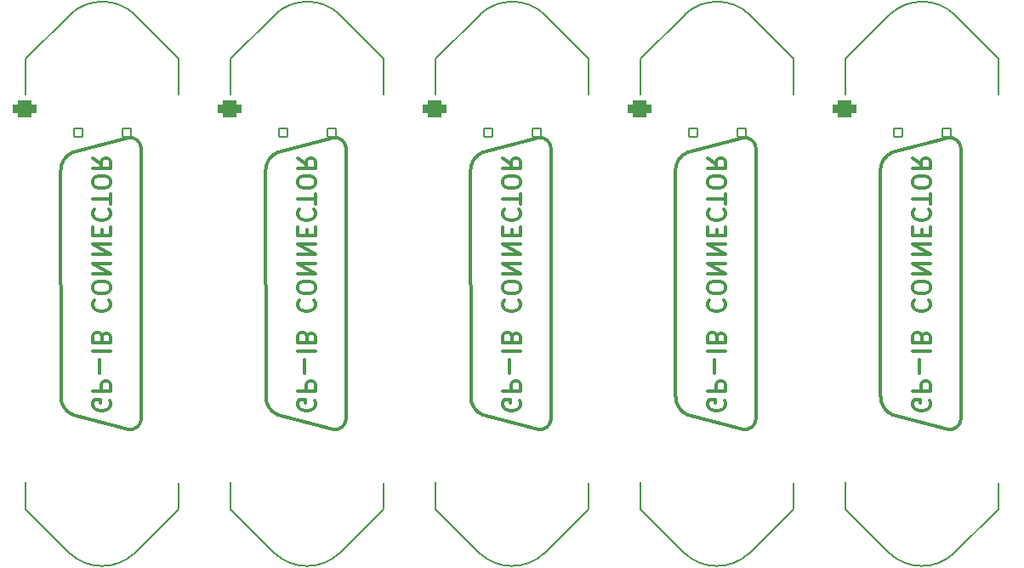
<source format=gbo>
G04 #@! TF.GenerationSoftware,KiCad,Pcbnew,6.0.1-79c1e3a40b~116~ubuntu20.04.1*
G04 #@! TF.CreationDate,2022-01-18T16:31:28+01:00*
G04 #@! TF.ProjectId,5xNano_GPIB,35784e61-6e6f-45f4-9750-49422e6b6963,rev?*
G04 #@! TF.SameCoordinates,Original*
G04 #@! TF.FileFunction,Legend,Bot*
G04 #@! TF.FilePolarity,Positive*
%FSLAX46Y46*%
G04 Gerber Fmt 4.6, Leading zero omitted, Abs format (unit mm)*
G04 Created by KiCad (PCBNEW 6.0.1-79c1e3a40b~116~ubuntu20.04.1) date 2022-01-18 16:31:28*
%MOMM*%
%LPD*%
G01*
G04 APERTURE LIST*
G04 Aperture macros list*
%AMRoundRect*
0 Rectangle with rounded corners*
0 $1 Rounding radius*
0 $2 $3 $4 $5 $6 $7 $8 $9 X,Y pos of 4 corners*
0 Add a 4 corners polygon primitive as box body*
4,1,4,$2,$3,$4,$5,$6,$7,$8,$9,$2,$3,0*
0 Add four circle primitives for the rounded corners*
1,1,$1+$1,$2,$3*
1,1,$1+$1,$4,$5*
1,1,$1+$1,$6,$7*
1,1,$1+$1,$8,$9*
0 Add four rect primitives between the rounded corners*
20,1,$1+$1,$2,$3,$4,$5,0*
20,1,$1+$1,$4,$5,$6,$7,0*
20,1,$1+$1,$6,$7,$8,$9,0*
20,1,$1+$1,$8,$9,$2,$3,0*%
G04 Aperture macros list end*
%ADD10C,0.200000*%
%ADD11C,0.300000*%
%ADD12RoundRect,0.451000X-0.700000X-0.400000X0.700000X-0.400000X0.700000X0.400000X-0.700000X0.400000X0*%
%ADD13O,2.302000X1.902000*%
%ADD14C,0.602000*%
%ADD15RoundRect,0.051000X0.425000X0.425000X-0.425000X0.425000X-0.425000X-0.425000X0.425000X-0.425000X0*%
%ADD16C,6.502000*%
%ADD17C,0.902000*%
G04 APERTURE END LIST*
D10*
X159567000Y-127757700D02*
G75*
G03*
X165967000Y-127770700I3207007J3443143D01*
G01*
X170382131Y-120718251D02*
X170387000Y-123325000D01*
X129587000Y-123350700D02*
X125167000Y-127770700D01*
X114347000Y-123312000D02*
X114342772Y-120677891D01*
X170387000Y-123350700D02*
X165967000Y-127770700D01*
X166017000Y-74085000D02*
G75*
G03*
X159617000Y-74072000I-3207007J-3443143D01*
G01*
X73597000Y-82062000D02*
X73597000Y-78517700D01*
X77967000Y-127757700D02*
G75*
G03*
X84367000Y-127770700I3207007J3443143D01*
G01*
X98367000Y-127757700D02*
G75*
G03*
X104767000Y-127770700I3207007J3443143D01*
G01*
X114397000Y-78492000D02*
X118817000Y-74072000D01*
X109187000Y-123350700D02*
X104767000Y-127770700D01*
X93947000Y-123312000D02*
X93942772Y-120677891D01*
X150037000Y-78530700D02*
X150037000Y-82075000D01*
X109182131Y-120718251D02*
X109187000Y-123325000D01*
X88837000Y-78530700D02*
X88837000Y-82075000D01*
X139167000Y-127757700D02*
G75*
G03*
X145567000Y-127770700I3207007J3443143D01*
G01*
X98367000Y-127757700D02*
X93947000Y-123337700D01*
X166017000Y-74085000D02*
X170437000Y-78505000D01*
X155197000Y-82062000D02*
X155197000Y-78517700D01*
X84417000Y-74085000D02*
G75*
G03*
X78017000Y-74072000I-3207007J-3443143D01*
G01*
X104817000Y-74085000D02*
G75*
G03*
X98417000Y-74072000I-3207007J-3443143D01*
G01*
X129582131Y-120718251D02*
X129587000Y-123325000D01*
X118767000Y-127757700D02*
G75*
G03*
X125167000Y-127770700I3207007J3443143D01*
G01*
X73597000Y-78492000D02*
X78017000Y-74072000D01*
X159567000Y-127757700D02*
X155147000Y-123337700D01*
X155147000Y-123312000D02*
X155142772Y-120677891D01*
X109237000Y-78530700D02*
X109237000Y-82075000D01*
X88782131Y-120718251D02*
X88787000Y-123325000D01*
X93997000Y-78492000D02*
X98417000Y-74072000D01*
X114397000Y-82062000D02*
X114397000Y-78517700D01*
X104817000Y-74085000D02*
X109237000Y-78505000D01*
X88787000Y-123350700D02*
X84367000Y-127770700D01*
X84417000Y-74085000D02*
X88837000Y-78505000D01*
X125217000Y-74085000D02*
X129637000Y-78505000D01*
X134797000Y-82062000D02*
X134797000Y-78517700D01*
X170437000Y-78530700D02*
X170437000Y-82075000D01*
X118767000Y-127757700D02*
X114347000Y-123337700D01*
X129637000Y-78530700D02*
X129637000Y-82075000D01*
X145617000Y-74085000D02*
X150037000Y-78505000D01*
X93997000Y-82062000D02*
X93997000Y-78517700D01*
X155197000Y-78492000D02*
X159617000Y-74072000D01*
X134797000Y-78492000D02*
X139217000Y-74072000D01*
X125217000Y-74085000D02*
G75*
G03*
X118817000Y-74072000I-3207007J-3443143D01*
G01*
X139167000Y-127757700D02*
X134747000Y-123337700D01*
X149982131Y-120718251D02*
X149987000Y-123325000D01*
X134747000Y-123312000D02*
X134742772Y-120677891D01*
X73547000Y-123312000D02*
X73542772Y-120677891D01*
X77967000Y-127757700D02*
X73547000Y-123337700D01*
X145617000Y-74085000D02*
G75*
G03*
X139217000Y-74072000I-3207007J-3443143D01*
G01*
X149987000Y-123350700D02*
X145567000Y-127770700D01*
D11*
X143150000Y-112498571D02*
X143235714Y-112670000D01*
X143235714Y-112927142D01*
X143150000Y-113184285D01*
X142978571Y-113355714D01*
X142807142Y-113441428D01*
X142464285Y-113527142D01*
X142207142Y-113527142D01*
X141864285Y-113441428D01*
X141692857Y-113355714D01*
X141521428Y-113184285D01*
X141435714Y-112927142D01*
X141435714Y-112755714D01*
X141521428Y-112498571D01*
X141607142Y-112412857D01*
X142207142Y-112412857D01*
X142207142Y-112755714D01*
X141435714Y-111641428D02*
X143235714Y-111641428D01*
X143235714Y-110955714D01*
X143150000Y-110784285D01*
X143064285Y-110698571D01*
X142892857Y-110612857D01*
X142635714Y-110612857D01*
X142464285Y-110698571D01*
X142378571Y-110784285D01*
X142292857Y-110955714D01*
X142292857Y-111641428D01*
X142121428Y-109841428D02*
X142121428Y-108470000D01*
X141435714Y-107612857D02*
X143235714Y-107612857D01*
X142378571Y-106155714D02*
X142292857Y-105898571D01*
X142207142Y-105812857D01*
X142035714Y-105727142D01*
X141778571Y-105727142D01*
X141607142Y-105812857D01*
X141521428Y-105898571D01*
X141435714Y-106070000D01*
X141435714Y-106755714D01*
X143235714Y-106755714D01*
X143235714Y-106155714D01*
X143150000Y-105984285D01*
X143064285Y-105898571D01*
X142892857Y-105812857D01*
X142721428Y-105812857D01*
X142550000Y-105898571D01*
X142464285Y-105984285D01*
X142378571Y-106155714D01*
X142378571Y-106755714D01*
X141607142Y-102555714D02*
X141521428Y-102641428D01*
X141435714Y-102898571D01*
X141435714Y-103070000D01*
X141521428Y-103327142D01*
X141692857Y-103498571D01*
X141864285Y-103584285D01*
X142207142Y-103670000D01*
X142464285Y-103670000D01*
X142807142Y-103584285D01*
X142978571Y-103498571D01*
X143150000Y-103327142D01*
X143235714Y-103070000D01*
X143235714Y-102898571D01*
X143150000Y-102641428D01*
X143064285Y-102555714D01*
X143235714Y-101441428D02*
X143235714Y-101098571D01*
X143150000Y-100927142D01*
X142978571Y-100755714D01*
X142635714Y-100670000D01*
X142035714Y-100670000D01*
X141692857Y-100755714D01*
X141521428Y-100927142D01*
X141435714Y-101098571D01*
X141435714Y-101441428D01*
X141521428Y-101612857D01*
X141692857Y-101784285D01*
X142035714Y-101870000D01*
X142635714Y-101870000D01*
X142978571Y-101784285D01*
X143150000Y-101612857D01*
X143235714Y-101441428D01*
X141435714Y-99898571D02*
X143235714Y-99898571D01*
X141435714Y-98870000D01*
X143235714Y-98870000D01*
X141435714Y-98012857D02*
X143235714Y-98012857D01*
X141435714Y-96984285D01*
X143235714Y-96984285D01*
X142378571Y-96127142D02*
X142378571Y-95527142D01*
X141435714Y-95270000D02*
X141435714Y-96127142D01*
X143235714Y-96127142D01*
X143235714Y-95270000D01*
X141607142Y-93470000D02*
X141521428Y-93555714D01*
X141435714Y-93812857D01*
X141435714Y-93984285D01*
X141521428Y-94241428D01*
X141692857Y-94412857D01*
X141864285Y-94498571D01*
X142207142Y-94584285D01*
X142464285Y-94584285D01*
X142807142Y-94498571D01*
X142978571Y-94412857D01*
X143150000Y-94241428D01*
X143235714Y-93984285D01*
X143235714Y-93812857D01*
X143150000Y-93555714D01*
X143064285Y-93470000D01*
X143235714Y-92955714D02*
X143235714Y-91927142D01*
X141435714Y-92441428D02*
X143235714Y-92441428D01*
X143235714Y-90984285D02*
X143235714Y-90641428D01*
X143150000Y-90470000D01*
X142978571Y-90298571D01*
X142635714Y-90212857D01*
X142035714Y-90212857D01*
X141692857Y-90298571D01*
X141521428Y-90470000D01*
X141435714Y-90641428D01*
X141435714Y-90984285D01*
X141521428Y-91155714D01*
X141692857Y-91327142D01*
X142035714Y-91412857D01*
X142635714Y-91412857D01*
X142978571Y-91327142D01*
X143150000Y-91155714D01*
X143235714Y-90984285D01*
X141435714Y-88412857D02*
X142292857Y-89012857D01*
X141435714Y-89441428D02*
X143235714Y-89441428D01*
X143235714Y-88755714D01*
X143150000Y-88584285D01*
X143064285Y-88498571D01*
X142892857Y-88412857D01*
X142635714Y-88412857D01*
X142464285Y-88498571D01*
X142378571Y-88584285D01*
X142292857Y-88755714D01*
X142292857Y-89441428D01*
X163550000Y-112498571D02*
X163635714Y-112670000D01*
X163635714Y-112927142D01*
X163550000Y-113184285D01*
X163378571Y-113355714D01*
X163207142Y-113441428D01*
X162864285Y-113527142D01*
X162607142Y-113527142D01*
X162264285Y-113441428D01*
X162092857Y-113355714D01*
X161921428Y-113184285D01*
X161835714Y-112927142D01*
X161835714Y-112755714D01*
X161921428Y-112498571D01*
X162007142Y-112412857D01*
X162607142Y-112412857D01*
X162607142Y-112755714D01*
X161835714Y-111641428D02*
X163635714Y-111641428D01*
X163635714Y-110955714D01*
X163550000Y-110784285D01*
X163464285Y-110698571D01*
X163292857Y-110612857D01*
X163035714Y-110612857D01*
X162864285Y-110698571D01*
X162778571Y-110784285D01*
X162692857Y-110955714D01*
X162692857Y-111641428D01*
X162521428Y-109841428D02*
X162521428Y-108470000D01*
X161835714Y-107612857D02*
X163635714Y-107612857D01*
X162778571Y-106155714D02*
X162692857Y-105898571D01*
X162607142Y-105812857D01*
X162435714Y-105727142D01*
X162178571Y-105727142D01*
X162007142Y-105812857D01*
X161921428Y-105898571D01*
X161835714Y-106070000D01*
X161835714Y-106755714D01*
X163635714Y-106755714D01*
X163635714Y-106155714D01*
X163550000Y-105984285D01*
X163464285Y-105898571D01*
X163292857Y-105812857D01*
X163121428Y-105812857D01*
X162950000Y-105898571D01*
X162864285Y-105984285D01*
X162778571Y-106155714D01*
X162778571Y-106755714D01*
X162007142Y-102555714D02*
X161921428Y-102641428D01*
X161835714Y-102898571D01*
X161835714Y-103070000D01*
X161921428Y-103327142D01*
X162092857Y-103498571D01*
X162264285Y-103584285D01*
X162607142Y-103670000D01*
X162864285Y-103670000D01*
X163207142Y-103584285D01*
X163378571Y-103498571D01*
X163550000Y-103327142D01*
X163635714Y-103070000D01*
X163635714Y-102898571D01*
X163550000Y-102641428D01*
X163464285Y-102555714D01*
X163635714Y-101441428D02*
X163635714Y-101098571D01*
X163550000Y-100927142D01*
X163378571Y-100755714D01*
X163035714Y-100670000D01*
X162435714Y-100670000D01*
X162092857Y-100755714D01*
X161921428Y-100927142D01*
X161835714Y-101098571D01*
X161835714Y-101441428D01*
X161921428Y-101612857D01*
X162092857Y-101784285D01*
X162435714Y-101870000D01*
X163035714Y-101870000D01*
X163378571Y-101784285D01*
X163550000Y-101612857D01*
X163635714Y-101441428D01*
X161835714Y-99898571D02*
X163635714Y-99898571D01*
X161835714Y-98870000D01*
X163635714Y-98870000D01*
X161835714Y-98012857D02*
X163635714Y-98012857D01*
X161835714Y-96984285D01*
X163635714Y-96984285D01*
X162778571Y-96127142D02*
X162778571Y-95527142D01*
X161835714Y-95270000D02*
X161835714Y-96127142D01*
X163635714Y-96127142D01*
X163635714Y-95270000D01*
X162007142Y-93470000D02*
X161921428Y-93555714D01*
X161835714Y-93812857D01*
X161835714Y-93984285D01*
X161921428Y-94241428D01*
X162092857Y-94412857D01*
X162264285Y-94498571D01*
X162607142Y-94584285D01*
X162864285Y-94584285D01*
X163207142Y-94498571D01*
X163378571Y-94412857D01*
X163550000Y-94241428D01*
X163635714Y-93984285D01*
X163635714Y-93812857D01*
X163550000Y-93555714D01*
X163464285Y-93470000D01*
X163635714Y-92955714D02*
X163635714Y-91927142D01*
X161835714Y-92441428D02*
X163635714Y-92441428D01*
X163635714Y-90984285D02*
X163635714Y-90641428D01*
X163550000Y-90470000D01*
X163378571Y-90298571D01*
X163035714Y-90212857D01*
X162435714Y-90212857D01*
X162092857Y-90298571D01*
X161921428Y-90470000D01*
X161835714Y-90641428D01*
X161835714Y-90984285D01*
X161921428Y-91155714D01*
X162092857Y-91327142D01*
X162435714Y-91412857D01*
X163035714Y-91412857D01*
X163378571Y-91327142D01*
X163550000Y-91155714D01*
X163635714Y-90984285D01*
X161835714Y-88412857D02*
X162692857Y-89012857D01*
X161835714Y-89441428D02*
X163635714Y-89441428D01*
X163635714Y-88755714D01*
X163550000Y-88584285D01*
X163464285Y-88498571D01*
X163292857Y-88412857D01*
X163035714Y-88412857D01*
X162864285Y-88498571D01*
X162778571Y-88584285D01*
X162692857Y-88755714D01*
X162692857Y-89441428D01*
X81950000Y-112498571D02*
X82035714Y-112670000D01*
X82035714Y-112927142D01*
X81950000Y-113184285D01*
X81778571Y-113355714D01*
X81607142Y-113441428D01*
X81264285Y-113527142D01*
X81007142Y-113527142D01*
X80664285Y-113441428D01*
X80492857Y-113355714D01*
X80321428Y-113184285D01*
X80235714Y-112927142D01*
X80235714Y-112755714D01*
X80321428Y-112498571D01*
X80407142Y-112412857D01*
X81007142Y-112412857D01*
X81007142Y-112755714D01*
X80235714Y-111641428D02*
X82035714Y-111641428D01*
X82035714Y-110955714D01*
X81950000Y-110784285D01*
X81864285Y-110698571D01*
X81692857Y-110612857D01*
X81435714Y-110612857D01*
X81264285Y-110698571D01*
X81178571Y-110784285D01*
X81092857Y-110955714D01*
X81092857Y-111641428D01*
X80921428Y-109841428D02*
X80921428Y-108470000D01*
X80235714Y-107612857D02*
X82035714Y-107612857D01*
X81178571Y-106155714D02*
X81092857Y-105898571D01*
X81007142Y-105812857D01*
X80835714Y-105727142D01*
X80578571Y-105727142D01*
X80407142Y-105812857D01*
X80321428Y-105898571D01*
X80235714Y-106070000D01*
X80235714Y-106755714D01*
X82035714Y-106755714D01*
X82035714Y-106155714D01*
X81950000Y-105984285D01*
X81864285Y-105898571D01*
X81692857Y-105812857D01*
X81521428Y-105812857D01*
X81350000Y-105898571D01*
X81264285Y-105984285D01*
X81178571Y-106155714D01*
X81178571Y-106755714D01*
X80407142Y-102555714D02*
X80321428Y-102641428D01*
X80235714Y-102898571D01*
X80235714Y-103070000D01*
X80321428Y-103327142D01*
X80492857Y-103498571D01*
X80664285Y-103584285D01*
X81007142Y-103670000D01*
X81264285Y-103670000D01*
X81607142Y-103584285D01*
X81778571Y-103498571D01*
X81950000Y-103327142D01*
X82035714Y-103070000D01*
X82035714Y-102898571D01*
X81950000Y-102641428D01*
X81864285Y-102555714D01*
X82035714Y-101441428D02*
X82035714Y-101098571D01*
X81950000Y-100927142D01*
X81778571Y-100755714D01*
X81435714Y-100670000D01*
X80835714Y-100670000D01*
X80492857Y-100755714D01*
X80321428Y-100927142D01*
X80235714Y-101098571D01*
X80235714Y-101441428D01*
X80321428Y-101612857D01*
X80492857Y-101784285D01*
X80835714Y-101870000D01*
X81435714Y-101870000D01*
X81778571Y-101784285D01*
X81950000Y-101612857D01*
X82035714Y-101441428D01*
X80235714Y-99898571D02*
X82035714Y-99898571D01*
X80235714Y-98870000D01*
X82035714Y-98870000D01*
X80235714Y-98012857D02*
X82035714Y-98012857D01*
X80235714Y-96984285D01*
X82035714Y-96984285D01*
X81178571Y-96127142D02*
X81178571Y-95527142D01*
X80235714Y-95270000D02*
X80235714Y-96127142D01*
X82035714Y-96127142D01*
X82035714Y-95270000D01*
X80407142Y-93470000D02*
X80321428Y-93555714D01*
X80235714Y-93812857D01*
X80235714Y-93984285D01*
X80321428Y-94241428D01*
X80492857Y-94412857D01*
X80664285Y-94498571D01*
X81007142Y-94584285D01*
X81264285Y-94584285D01*
X81607142Y-94498571D01*
X81778571Y-94412857D01*
X81950000Y-94241428D01*
X82035714Y-93984285D01*
X82035714Y-93812857D01*
X81950000Y-93555714D01*
X81864285Y-93470000D01*
X82035714Y-92955714D02*
X82035714Y-91927142D01*
X80235714Y-92441428D02*
X82035714Y-92441428D01*
X82035714Y-90984285D02*
X82035714Y-90641428D01*
X81950000Y-90470000D01*
X81778571Y-90298571D01*
X81435714Y-90212857D01*
X80835714Y-90212857D01*
X80492857Y-90298571D01*
X80321428Y-90470000D01*
X80235714Y-90641428D01*
X80235714Y-90984285D01*
X80321428Y-91155714D01*
X80492857Y-91327142D01*
X80835714Y-91412857D01*
X81435714Y-91412857D01*
X81778571Y-91327142D01*
X81950000Y-91155714D01*
X82035714Y-90984285D01*
X80235714Y-88412857D02*
X81092857Y-89012857D01*
X80235714Y-89441428D02*
X82035714Y-89441428D01*
X82035714Y-88755714D01*
X81950000Y-88584285D01*
X81864285Y-88498571D01*
X81692857Y-88412857D01*
X81435714Y-88412857D01*
X81264285Y-88498571D01*
X81178571Y-88584285D01*
X81092857Y-88755714D01*
X81092857Y-89441428D01*
X122750000Y-112498571D02*
X122835714Y-112670000D01*
X122835714Y-112927142D01*
X122750000Y-113184285D01*
X122578571Y-113355714D01*
X122407142Y-113441428D01*
X122064285Y-113527142D01*
X121807142Y-113527142D01*
X121464285Y-113441428D01*
X121292857Y-113355714D01*
X121121428Y-113184285D01*
X121035714Y-112927142D01*
X121035714Y-112755714D01*
X121121428Y-112498571D01*
X121207142Y-112412857D01*
X121807142Y-112412857D01*
X121807142Y-112755714D01*
X121035714Y-111641428D02*
X122835714Y-111641428D01*
X122835714Y-110955714D01*
X122750000Y-110784285D01*
X122664285Y-110698571D01*
X122492857Y-110612857D01*
X122235714Y-110612857D01*
X122064285Y-110698571D01*
X121978571Y-110784285D01*
X121892857Y-110955714D01*
X121892857Y-111641428D01*
X121721428Y-109841428D02*
X121721428Y-108470000D01*
X121035714Y-107612857D02*
X122835714Y-107612857D01*
X121978571Y-106155714D02*
X121892857Y-105898571D01*
X121807142Y-105812857D01*
X121635714Y-105727142D01*
X121378571Y-105727142D01*
X121207142Y-105812857D01*
X121121428Y-105898571D01*
X121035714Y-106070000D01*
X121035714Y-106755714D01*
X122835714Y-106755714D01*
X122835714Y-106155714D01*
X122750000Y-105984285D01*
X122664285Y-105898571D01*
X122492857Y-105812857D01*
X122321428Y-105812857D01*
X122150000Y-105898571D01*
X122064285Y-105984285D01*
X121978571Y-106155714D01*
X121978571Y-106755714D01*
X121207142Y-102555714D02*
X121121428Y-102641428D01*
X121035714Y-102898571D01*
X121035714Y-103070000D01*
X121121428Y-103327142D01*
X121292857Y-103498571D01*
X121464285Y-103584285D01*
X121807142Y-103670000D01*
X122064285Y-103670000D01*
X122407142Y-103584285D01*
X122578571Y-103498571D01*
X122750000Y-103327142D01*
X122835714Y-103070000D01*
X122835714Y-102898571D01*
X122750000Y-102641428D01*
X122664285Y-102555714D01*
X122835714Y-101441428D02*
X122835714Y-101098571D01*
X122750000Y-100927142D01*
X122578571Y-100755714D01*
X122235714Y-100670000D01*
X121635714Y-100670000D01*
X121292857Y-100755714D01*
X121121428Y-100927142D01*
X121035714Y-101098571D01*
X121035714Y-101441428D01*
X121121428Y-101612857D01*
X121292857Y-101784285D01*
X121635714Y-101870000D01*
X122235714Y-101870000D01*
X122578571Y-101784285D01*
X122750000Y-101612857D01*
X122835714Y-101441428D01*
X121035714Y-99898571D02*
X122835714Y-99898571D01*
X121035714Y-98870000D01*
X122835714Y-98870000D01*
X121035714Y-98012857D02*
X122835714Y-98012857D01*
X121035714Y-96984285D01*
X122835714Y-96984285D01*
X121978571Y-96127142D02*
X121978571Y-95527142D01*
X121035714Y-95270000D02*
X121035714Y-96127142D01*
X122835714Y-96127142D01*
X122835714Y-95270000D01*
X121207142Y-93470000D02*
X121121428Y-93555714D01*
X121035714Y-93812857D01*
X121035714Y-93984285D01*
X121121428Y-94241428D01*
X121292857Y-94412857D01*
X121464285Y-94498571D01*
X121807142Y-94584285D01*
X122064285Y-94584285D01*
X122407142Y-94498571D01*
X122578571Y-94412857D01*
X122750000Y-94241428D01*
X122835714Y-93984285D01*
X122835714Y-93812857D01*
X122750000Y-93555714D01*
X122664285Y-93470000D01*
X122835714Y-92955714D02*
X122835714Y-91927142D01*
X121035714Y-92441428D02*
X122835714Y-92441428D01*
X122835714Y-90984285D02*
X122835714Y-90641428D01*
X122750000Y-90470000D01*
X122578571Y-90298571D01*
X122235714Y-90212857D01*
X121635714Y-90212857D01*
X121292857Y-90298571D01*
X121121428Y-90470000D01*
X121035714Y-90641428D01*
X121035714Y-90984285D01*
X121121428Y-91155714D01*
X121292857Y-91327142D01*
X121635714Y-91412857D01*
X122235714Y-91412857D01*
X122578571Y-91327142D01*
X122750000Y-91155714D01*
X122835714Y-90984285D01*
X121035714Y-88412857D02*
X121892857Y-89012857D01*
X121035714Y-89441428D02*
X122835714Y-89441428D01*
X122835714Y-88755714D01*
X122750000Y-88584285D01*
X122664285Y-88498571D01*
X122492857Y-88412857D01*
X122235714Y-88412857D01*
X122064285Y-88498571D01*
X121978571Y-88584285D01*
X121892857Y-88755714D01*
X121892857Y-89441428D01*
X102350000Y-112498571D02*
X102435714Y-112670000D01*
X102435714Y-112927142D01*
X102350000Y-113184285D01*
X102178571Y-113355714D01*
X102007142Y-113441428D01*
X101664285Y-113527142D01*
X101407142Y-113527142D01*
X101064285Y-113441428D01*
X100892857Y-113355714D01*
X100721428Y-113184285D01*
X100635714Y-112927142D01*
X100635714Y-112755714D01*
X100721428Y-112498571D01*
X100807142Y-112412857D01*
X101407142Y-112412857D01*
X101407142Y-112755714D01*
X100635714Y-111641428D02*
X102435714Y-111641428D01*
X102435714Y-110955714D01*
X102350000Y-110784285D01*
X102264285Y-110698571D01*
X102092857Y-110612857D01*
X101835714Y-110612857D01*
X101664285Y-110698571D01*
X101578571Y-110784285D01*
X101492857Y-110955714D01*
X101492857Y-111641428D01*
X101321428Y-109841428D02*
X101321428Y-108470000D01*
X100635714Y-107612857D02*
X102435714Y-107612857D01*
X101578571Y-106155714D02*
X101492857Y-105898571D01*
X101407142Y-105812857D01*
X101235714Y-105727142D01*
X100978571Y-105727142D01*
X100807142Y-105812857D01*
X100721428Y-105898571D01*
X100635714Y-106070000D01*
X100635714Y-106755714D01*
X102435714Y-106755714D01*
X102435714Y-106155714D01*
X102350000Y-105984285D01*
X102264285Y-105898571D01*
X102092857Y-105812857D01*
X101921428Y-105812857D01*
X101750000Y-105898571D01*
X101664285Y-105984285D01*
X101578571Y-106155714D01*
X101578571Y-106755714D01*
X100807142Y-102555714D02*
X100721428Y-102641428D01*
X100635714Y-102898571D01*
X100635714Y-103070000D01*
X100721428Y-103327142D01*
X100892857Y-103498571D01*
X101064285Y-103584285D01*
X101407142Y-103670000D01*
X101664285Y-103670000D01*
X102007142Y-103584285D01*
X102178571Y-103498571D01*
X102350000Y-103327142D01*
X102435714Y-103070000D01*
X102435714Y-102898571D01*
X102350000Y-102641428D01*
X102264285Y-102555714D01*
X102435714Y-101441428D02*
X102435714Y-101098571D01*
X102350000Y-100927142D01*
X102178571Y-100755714D01*
X101835714Y-100670000D01*
X101235714Y-100670000D01*
X100892857Y-100755714D01*
X100721428Y-100927142D01*
X100635714Y-101098571D01*
X100635714Y-101441428D01*
X100721428Y-101612857D01*
X100892857Y-101784285D01*
X101235714Y-101870000D01*
X101835714Y-101870000D01*
X102178571Y-101784285D01*
X102350000Y-101612857D01*
X102435714Y-101441428D01*
X100635714Y-99898571D02*
X102435714Y-99898571D01*
X100635714Y-98870000D01*
X102435714Y-98870000D01*
X100635714Y-98012857D02*
X102435714Y-98012857D01*
X100635714Y-96984285D01*
X102435714Y-96984285D01*
X101578571Y-96127142D02*
X101578571Y-95527142D01*
X100635714Y-95270000D02*
X100635714Y-96127142D01*
X102435714Y-96127142D01*
X102435714Y-95270000D01*
X100807142Y-93470000D02*
X100721428Y-93555714D01*
X100635714Y-93812857D01*
X100635714Y-93984285D01*
X100721428Y-94241428D01*
X100892857Y-94412857D01*
X101064285Y-94498571D01*
X101407142Y-94584285D01*
X101664285Y-94584285D01*
X102007142Y-94498571D01*
X102178571Y-94412857D01*
X102350000Y-94241428D01*
X102435714Y-93984285D01*
X102435714Y-93812857D01*
X102350000Y-93555714D01*
X102264285Y-93470000D01*
X102435714Y-92955714D02*
X102435714Y-91927142D01*
X100635714Y-92441428D02*
X102435714Y-92441428D01*
X102435714Y-90984285D02*
X102435714Y-90641428D01*
X102350000Y-90470000D01*
X102178571Y-90298571D01*
X101835714Y-90212857D01*
X101235714Y-90212857D01*
X100892857Y-90298571D01*
X100721428Y-90470000D01*
X100635714Y-90641428D01*
X100635714Y-90984285D01*
X100721428Y-91155714D01*
X100892857Y-91327142D01*
X101235714Y-91412857D01*
X101835714Y-91412857D01*
X102178571Y-91327142D01*
X102350000Y-91155714D01*
X102435714Y-90984285D01*
X100635714Y-88412857D02*
X101492857Y-89012857D01*
X100635714Y-89441428D02*
X102435714Y-89441428D01*
X102435714Y-88755714D01*
X102350000Y-88584285D01*
X102264285Y-88498571D01*
X102092857Y-88412857D01*
X101835714Y-88412857D01*
X101664285Y-88498571D01*
X101578571Y-88584285D01*
X101492857Y-88755714D01*
X101492857Y-89441428D01*
X139489582Y-113981067D02*
X145010419Y-115438933D01*
X139469602Y-87816887D02*
X145003140Y-86349731D01*
X146270419Y-114408933D02*
X146263140Y-87379731D01*
X138250419Y-89748933D02*
X138282225Y-112098034D01*
X139469602Y-87816887D02*
G75*
G03*
X138250419Y-89728933I759261J-1828848D01*
G01*
X146263139Y-87379731D02*
G75*
G03*
X145003140Y-86349731I-1131692J-98721D01*
G01*
X145010419Y-115438934D02*
G75*
G03*
X146270419Y-114408933I128307J1128722D01*
G01*
X138282225Y-112098034D02*
G75*
G03*
X139489582Y-113981067I1955825J-74552D01*
G01*
X159869602Y-87816887D02*
X165403140Y-86349731D01*
X166670419Y-114408933D02*
X166663140Y-87379731D01*
X159889582Y-113981067D02*
X165410419Y-115438933D01*
X158650419Y-89748933D02*
X158682225Y-112098034D01*
X158682225Y-112098034D02*
G75*
G03*
X159889582Y-113981067I1955825J-74552D01*
G01*
X166663139Y-87379731D02*
G75*
G03*
X165403140Y-86349731I-1131692J-98721D01*
G01*
X159869602Y-87816887D02*
G75*
G03*
X158650419Y-89728933I759261J-1828848D01*
G01*
X165410419Y-115438934D02*
G75*
G03*
X166670419Y-114408933I128307J1128722D01*
G01*
X78289582Y-113981067D02*
X83810419Y-115438933D01*
X78269602Y-87816887D02*
X83803140Y-86349731D01*
X85070419Y-114408933D02*
X85063140Y-87379731D01*
X77050419Y-89748933D02*
X77082225Y-112098034D01*
X83810419Y-115438934D02*
G75*
G03*
X85070419Y-114408933I128307J1128722D01*
G01*
X78269602Y-87816887D02*
G75*
G03*
X77050419Y-89728933I759261J-1828848D01*
G01*
X77082225Y-112098034D02*
G75*
G03*
X78289582Y-113981067I1955825J-74552D01*
G01*
X85063139Y-87379731D02*
G75*
G03*
X83803140Y-86349731I-1131692J-98721D01*
G01*
X119069602Y-87816887D02*
X124603140Y-86349731D01*
X119089582Y-113981067D02*
X124610419Y-115438933D01*
X117850419Y-89748933D02*
X117882225Y-112098034D01*
X125870419Y-114408933D02*
X125863140Y-87379731D01*
X117882225Y-112098034D02*
G75*
G03*
X119089582Y-113981067I1955825J-74552D01*
G01*
X124610419Y-115438934D02*
G75*
G03*
X125870419Y-114408933I128307J1128722D01*
G01*
X125863139Y-87379731D02*
G75*
G03*
X124603140Y-86349731I-1131692J-98721D01*
G01*
X119069602Y-87816887D02*
G75*
G03*
X117850419Y-89728933I759261J-1828848D01*
G01*
X98669602Y-87816887D02*
X104203140Y-86349731D01*
X97450419Y-89748933D02*
X97482225Y-112098034D01*
X98689582Y-113981067D02*
X104210419Y-115438933D01*
X105470419Y-114408933D02*
X105463140Y-87379731D01*
X98669602Y-87816887D02*
G75*
G03*
X97450419Y-89728933I759261J-1828848D01*
G01*
X104210419Y-115438934D02*
G75*
G03*
X105470419Y-114408933I128307J1128722D01*
G01*
X97482225Y-112098034D02*
G75*
G03*
X98689582Y-113981067I1955825J-74552D01*
G01*
X105463139Y-87379731D02*
G75*
G03*
X104203140Y-86349731I-1131692J-98721D01*
G01*
%LPC*%
D12*
X114265000Y-83540000D03*
D13*
X114265000Y-86080000D03*
X114265000Y-88620000D03*
X114265000Y-91160000D03*
X114265000Y-93700000D03*
X114265000Y-96240000D03*
X114265000Y-98780000D03*
X114265000Y-101320000D03*
X114265000Y-103860000D03*
X114265000Y-106400000D03*
X114265000Y-108940000D03*
X114265000Y-111480000D03*
X114265000Y-114020000D03*
X114265000Y-116560000D03*
X114265000Y-119100000D03*
X129505000Y-119100000D03*
X129505000Y-116560000D03*
X129505000Y-114020000D03*
X129505000Y-111480000D03*
X129505000Y-108940000D03*
X129505000Y-106400000D03*
X129505000Y-103860000D03*
X129505000Y-101320000D03*
X129505000Y-98780000D03*
X129505000Y-96240000D03*
X129505000Y-93700000D03*
X129505000Y-91160000D03*
X129505000Y-88620000D03*
X129505000Y-86080000D03*
X129505000Y-83540000D03*
D14*
X102310000Y-72310441D03*
X100060000Y-72510441D03*
X100810000Y-72310441D03*
X101560000Y-72210441D03*
X103010000Y-72510441D03*
D15*
X104015439Y-85829447D03*
X78805439Y-85889447D03*
X99205439Y-85889447D03*
D16*
X101607000Y-77602000D03*
D17*
X99909944Y-79299056D03*
X101607000Y-80002000D03*
X101607000Y-75202000D03*
X103304056Y-75904944D03*
X104007000Y-77602000D03*
X103304056Y-79299056D03*
X99207000Y-77602000D03*
X99909944Y-75904944D03*
D14*
X142360000Y-72210441D03*
X141610000Y-72310441D03*
X143110000Y-72310441D03*
X140860000Y-72510441D03*
X143810000Y-72510441D03*
D12*
X155065000Y-83540000D03*
D13*
X155065000Y-86080000D03*
X155065000Y-88620000D03*
X155065000Y-91160000D03*
X155065000Y-93700000D03*
X155065000Y-96240000D03*
X155065000Y-98780000D03*
X155065000Y-101320000D03*
X155065000Y-103860000D03*
X155065000Y-106400000D03*
X155065000Y-108940000D03*
X155065000Y-111480000D03*
X155065000Y-114020000D03*
X155065000Y-116560000D03*
X155065000Y-119100000D03*
X170305000Y-119100000D03*
X170305000Y-116560000D03*
X170305000Y-114020000D03*
X170305000Y-111480000D03*
X170305000Y-108940000D03*
X170305000Y-106400000D03*
X170305000Y-103860000D03*
X170305000Y-101320000D03*
X170305000Y-98780000D03*
X170305000Y-96240000D03*
X170305000Y-93700000D03*
X170305000Y-91160000D03*
X170305000Y-88620000D03*
X170305000Y-86080000D03*
X170305000Y-83540000D03*
D17*
X144154056Y-126079056D03*
X140057000Y-124382000D03*
X140759944Y-122684944D03*
X142457000Y-121982000D03*
X142457000Y-126782000D03*
X144154056Y-122684944D03*
D16*
X142457000Y-124382000D03*
D17*
X144857000Y-124382000D03*
X140759944Y-126079056D03*
X160457000Y-124382000D03*
D16*
X162857000Y-124382000D03*
D17*
X161159944Y-122684944D03*
X164554056Y-126079056D03*
X165257000Y-124382000D03*
X162857000Y-126782000D03*
X161159944Y-126079056D03*
X164554056Y-122684944D03*
X162857000Y-121982000D03*
D15*
X165215439Y-85829447D03*
X124415439Y-85829447D03*
D17*
X120309944Y-75904944D03*
X119607000Y-77602000D03*
D16*
X122007000Y-77602000D03*
D17*
X122007000Y-80002000D03*
X123704056Y-75904944D03*
X124407000Y-77602000D03*
X123704056Y-79299056D03*
X122007000Y-75202000D03*
X120309944Y-79299056D03*
D14*
X143850000Y-129431530D03*
X140900000Y-129431530D03*
X143100000Y-129631530D03*
X141600000Y-129631530D03*
X142350000Y-129731530D03*
D15*
X119605439Y-85889447D03*
D12*
X73465000Y-83540000D03*
D13*
X73465000Y-86080000D03*
X73465000Y-88620000D03*
X73465000Y-91160000D03*
X73465000Y-93700000D03*
X73465000Y-96240000D03*
X73465000Y-98780000D03*
X73465000Y-101320000D03*
X73465000Y-103860000D03*
X73465000Y-106400000D03*
X73465000Y-108940000D03*
X73465000Y-111480000D03*
X73465000Y-114020000D03*
X73465000Y-116560000D03*
X73465000Y-119100000D03*
X88705000Y-119100000D03*
X88705000Y-116560000D03*
X88705000Y-114020000D03*
X88705000Y-111480000D03*
X88705000Y-108940000D03*
X88705000Y-106400000D03*
X88705000Y-103860000D03*
X88705000Y-101320000D03*
X88705000Y-98780000D03*
X88705000Y-96240000D03*
X88705000Y-93700000D03*
X88705000Y-91160000D03*
X88705000Y-88620000D03*
X88705000Y-86080000D03*
X88705000Y-83540000D03*
D14*
X122710000Y-72310441D03*
X120460000Y-72510441D03*
X123410000Y-72510441D03*
X121960000Y-72210441D03*
X121210000Y-72310441D03*
X79660000Y-72510441D03*
X82610000Y-72510441D03*
X81910000Y-72310441D03*
X80410000Y-72310441D03*
X81160000Y-72210441D03*
D17*
X140007000Y-77602000D03*
X144807000Y-77602000D03*
X140709944Y-75904944D03*
X142407000Y-75202000D03*
X144104056Y-75904944D03*
D16*
X142407000Y-77602000D03*
D17*
X144104056Y-79299056D03*
X142407000Y-80002000D03*
X140709944Y-79299056D03*
X120359944Y-122684944D03*
X124457000Y-124382000D03*
D16*
X122057000Y-124382000D03*
D17*
X123754056Y-126079056D03*
X122057000Y-126782000D03*
X119657000Y-124382000D03*
X123754056Y-122684944D03*
X122057000Y-121982000D03*
X120359944Y-126079056D03*
D16*
X81207000Y-77602000D03*
D17*
X81207000Y-80002000D03*
X79509944Y-75904944D03*
X83607000Y-77602000D03*
X82904056Y-79299056D03*
X81207000Y-75202000D03*
X82904056Y-75904944D03*
X78807000Y-77602000D03*
X79509944Y-79299056D03*
D15*
X140005439Y-85889447D03*
D12*
X93865000Y-83540000D03*
D13*
X93865000Y-86080000D03*
X93865000Y-88620000D03*
X93865000Y-91160000D03*
X93865000Y-93700000D03*
X93865000Y-96240000D03*
X93865000Y-98780000D03*
X93865000Y-101320000D03*
X93865000Y-103860000D03*
X93865000Y-106400000D03*
X93865000Y-108940000D03*
X93865000Y-111480000D03*
X93865000Y-114020000D03*
X93865000Y-116560000D03*
X93865000Y-119100000D03*
X109105000Y-119100000D03*
X109105000Y-116560000D03*
X109105000Y-114020000D03*
X109105000Y-111480000D03*
X109105000Y-108940000D03*
X109105000Y-106400000D03*
X109105000Y-103860000D03*
X109105000Y-101320000D03*
X109105000Y-98780000D03*
X109105000Y-96240000D03*
X109105000Y-93700000D03*
X109105000Y-91160000D03*
X109105000Y-88620000D03*
X109105000Y-86080000D03*
X109105000Y-83540000D03*
D17*
X78857000Y-124382000D03*
X79559944Y-126079056D03*
X79559944Y-122684944D03*
X83657000Y-124382000D03*
X82954056Y-122684944D03*
X81257000Y-121982000D03*
X82954056Y-126079056D03*
X81257000Y-126782000D03*
D16*
X81257000Y-124382000D03*
D14*
X162000000Y-129631530D03*
X161300000Y-129431530D03*
X163500000Y-129631530D03*
X164250000Y-129431530D03*
X162750000Y-129731530D03*
D12*
X134665000Y-83540000D03*
D13*
X134665000Y-86080000D03*
X134665000Y-88620000D03*
X134665000Y-91160000D03*
X134665000Y-93700000D03*
X134665000Y-96240000D03*
X134665000Y-98780000D03*
X134665000Y-101320000D03*
X134665000Y-103860000D03*
X134665000Y-106400000D03*
X134665000Y-108940000D03*
X134665000Y-111480000D03*
X134665000Y-114020000D03*
X134665000Y-116560000D03*
X134665000Y-119100000D03*
X149905000Y-119100000D03*
X149905000Y-116560000D03*
X149905000Y-114020000D03*
X149905000Y-111480000D03*
X149905000Y-108940000D03*
X149905000Y-106400000D03*
X149905000Y-103860000D03*
X149905000Y-101320000D03*
X149905000Y-98780000D03*
X149905000Y-96240000D03*
X149905000Y-93700000D03*
X149905000Y-91160000D03*
X149905000Y-88620000D03*
X149905000Y-86080000D03*
X149905000Y-83540000D03*
D14*
X123450000Y-129431530D03*
X122700000Y-129631530D03*
X120500000Y-129431530D03*
X121950000Y-129731530D03*
X121200000Y-129631530D03*
X101550000Y-129731530D03*
X102300000Y-129631530D03*
X100100000Y-129431530D03*
X103050000Y-129431530D03*
X100800000Y-129631530D03*
D17*
X99257000Y-124382000D03*
X99959944Y-126079056D03*
X101657000Y-121982000D03*
X101657000Y-126782000D03*
X103354056Y-126079056D03*
X99959944Y-122684944D03*
X104057000Y-124382000D03*
X103354056Y-122684944D03*
D16*
X101657000Y-124382000D03*
D15*
X83615439Y-85829447D03*
D14*
X81150000Y-129731530D03*
X82650000Y-129431530D03*
X81900000Y-129631530D03*
X80400000Y-129631530D03*
X79700000Y-129431530D03*
D15*
X160405439Y-85889447D03*
D17*
X165207000Y-77602000D03*
X164504056Y-79299056D03*
X164504056Y-75904944D03*
X162807000Y-80002000D03*
X160407000Y-77602000D03*
X162807000Y-75202000D03*
D16*
X162807000Y-77602000D03*
D17*
X161109944Y-79299056D03*
X161109944Y-75904944D03*
D15*
X144815439Y-85829447D03*
D14*
X164210000Y-72510441D03*
X162760000Y-72210441D03*
X163510000Y-72310441D03*
X161260000Y-72510441D03*
X162010000Y-72310441D03*
M02*

</source>
